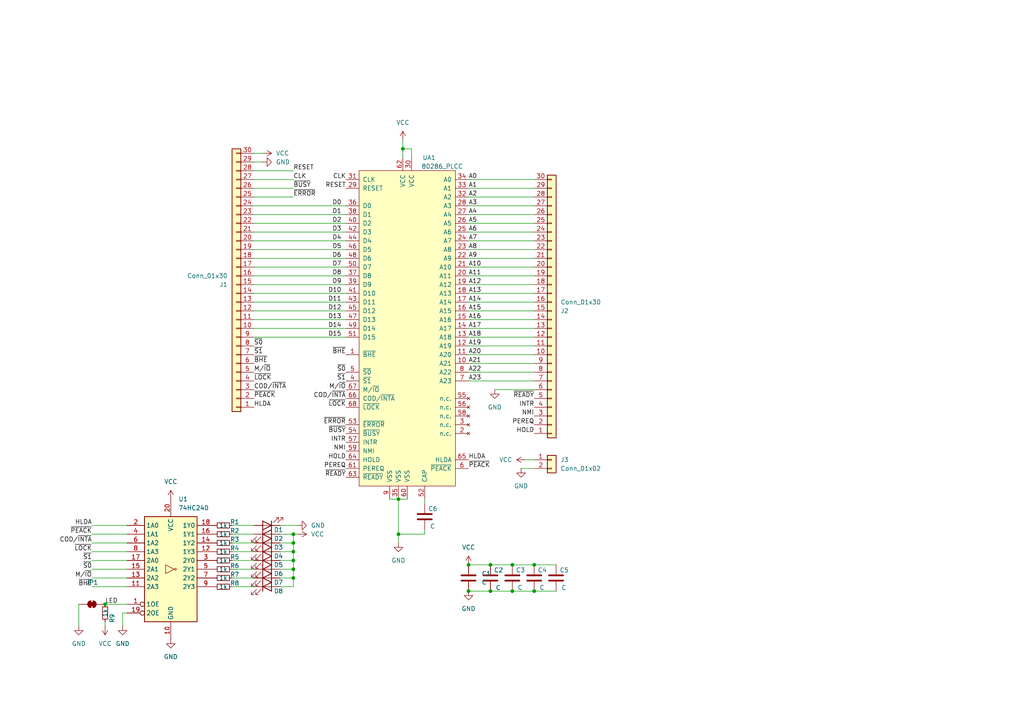
<source format=kicad_sch>
(kicad_sch (version 20231120) (generator "eeschema") (generator_version "8.0")
  (paper "A4")
  (lib_symbols
    (symbol "74xx:74HC240"
      (property "Reference" "U" (at -7.62 16.51 0))
      (property "Value" "74HC240" (at -7.62 -16.51 0))
      (symbol "74HC240_1_0"
        (polyline (pts (xy 1.016 0) (xy -1.524 1.27) (xy -1.524 -1.27) (xy 1.016 0)) (stroke (width 0.1524)))
        (circle (center 1.397 0) (radius 0.254) (stroke (width 0.1524)))
        (pin input inverted (at -12.7 -10.16 0) (length 5.08) (name "1OE") (number "1"))
        (pin power_in line (at 0 -20.32 90) (length 5.08) (name "GND") (number "10"))
        (pin input line (at -12.7 -5.08 0) (length 5.08) (name "2A3") (number "11"))
        (pin tri_state line (at 12.7 5.08 180) (length 5.08) (name "1Y3") (number "12"))
        (pin input line (at -12.7 -2.54 0) (length 5.08) (name "2A2") (number "13"))
        (pin tri_state line (at 12.7 7.62 180) (length 5.08) (name "1Y2") (number "14"))
        (pin input line (at -12.7 0 0) (length 5.08) (name "2A1") (number "15"))
        (pin tri_state line (at 12.7 10.16 180) (length 5.08) (name "1Y1") (number "16"))
        (pin input line (at -12.7 2.54 0) (length 5.08) (name "2A0") (number "17"))
        (pin tri_state line (at 12.7 12.7 180) (length 5.08) (name "1Y0") (number "18"))
        (pin input inverted (at -12.7 -12.7 0) (length 5.08) (name "2OE") (number "19"))
        (pin input line (at -12.7 12.7 0) (length 5.08) (name "1A0") (number "2"))
        (pin power_in line (at 0 20.32 270) (length 5.08) (name "VCC") (number "20"))
        (pin tri_state line (at 12.7 2.54 180) (length 5.08) (name "2Y0") (number "3"))
        (pin input line (at -12.7 10.16 0) (length 5.08) (name "1A1") (number "4"))
        (pin tri_state line (at 12.7 0 180) (length 5.08) (name "2Y1") (number "5"))
        (pin input line (at -12.7 7.62 0) (length 5.08) (name "1A2") (number "6"))
        (pin tri_state line (at 12.7 -2.54 180) (length 5.08) (name "2Y2") (number "7"))
        (pin input line (at -12.7 5.08 0) (length 5.08) (name "1A3") (number "8"))
        (pin tri_state line (at 12.7 -5.08 180) (length 5.08) (name "2Y3") (number "9"))
      )
      (symbol "74HC240_1_1"
        (rectangle (start -7.62 15.24) (end 7.62 -15.24) (stroke (width 0.254)) (fill (type background)))
      )
    )
    (symbol "80286_plcc:80286_PLCC" (pin_names (offset 1.016))
      (property "Reference" "UA1" (at 20.32 3.81 0))
      (property "Value" "80286_PLCC" (at 24.13 1.27 0))
      (symbol "80286_PLCC_0_1"
        (rectangle (start 0 0) (end 27.94 -91.44) (fill (type background)))
      )
      (symbol "80286_PLCC_1_1"
        (pin tri_state line (at -3.81 -53.34 0) (length 3.81) (name "~{BHE}") (number "1"))
        (pin tri_state line (at 31.75 -55.88 180) (length 3.81) (name "A21") (number "10"))
        (pin tri_state line (at 31.75 -53.34 180) (length 3.81) (name "A20") (number "11"))
        (pin tri_state line (at 31.75 -50.8 180) (length 3.81) (name "A19") (number "12"))
        (pin tri_state line (at 31.75 -48.26 180) (length 3.81) (name "A18") (number "13"))
        (pin tri_state line (at 31.75 -45.72 180) (length 3.81) (name "A17") (number "14"))
        (pin tri_state line (at 31.75 -43.18 180) (length 3.81) (name "A16") (number "15"))
        (pin tri_state line (at 31.75 -40.64 180) (length 3.81) (name "A15") (number "16"))
        (pin tri_state line (at 31.75 -38.1 180) (length 3.81) (name "A14") (number "17"))
        (pin tri_state line (at 31.75 -35.56 180) (length 3.81) (name "A13") (number "18"))
        (pin tri_state line (at 31.75 -33.02 180) (length 3.81) (name "A12") (number "19"))
        (pin no_connect line (at 31.75 -76.2 180) (length 3.81) (name "n.c.") (number "2"))
        (pin tri_state line (at 31.75 -30.48 180) (length 3.81) (name "A11") (number "20"))
        (pin tri_state line (at 31.75 -27.94 180) (length 3.81) (name "A10") (number "21"))
        (pin tri_state line (at 31.75 -25.4 180) (length 3.81) (name "A9") (number "22"))
        (pin tri_state line (at 31.75 -22.86 180) (length 3.81) (name "A8") (number "23"))
        (pin tri_state line (at 31.75 -20.32 180) (length 3.81) (name "A7") (number "24"))
        (pin tri_state line (at 31.75 -17.78 180) (length 3.81) (name "A6") (number "25"))
        (pin tri_state line (at 31.75 -15.24 180) (length 3.81) (name "A5") (number "26"))
        (pin tri_state line (at 31.75 -12.7 180) (length 3.81) (name "A4") (number "27"))
        (pin tri_state line (at 31.75 -10.16 180) (length 3.81) (name "A3") (number "28"))
        (pin input line (at -3.81 -5.08 0) (length 3.81) (name "RESET") (number "29"))
        (pin no_connect line (at 31.75 -73.66 180) (length 3.81) (name "n.c.") (number "3"))
        (pin power_in line (at 15.24 3.81 270) (length 3.81) (name "VCC") (number "30"))
        (pin input line (at -3.81 -2.54 0) (length 3.81) (name "CLK") (number "31"))
        (pin tri_state line (at 31.75 -7.62 180) (length 3.81) (name "A2") (number "32"))
        (pin tri_state line (at 31.75 -5.08 180) (length 3.81) (name "A1") (number "33"))
        (pin tri_state line (at 31.75 -2.54 180) (length 3.81) (name "A0") (number "34"))
        (pin power_in line (at 11.43 -95.25 90) (length 3.81) (name "VSS") (number "35"))
        (pin bidirectional line (at -3.81 -10.16 0) (length 3.81) (name "D0") (number "36"))
        (pin bidirectional line (at -3.81 -30.48 0) (length 3.81) (name "D8") (number "37"))
        (pin bidirectional line (at -3.81 -12.7 0) (length 3.81) (name "D1") (number "38"))
        (pin bidirectional line (at -3.81 -33.02 0) (length 3.81) (name "D9") (number "39"))
        (pin tri_state line (at -3.81 -60.96 0) (length 3.81) (name "~{S1}") (number "4"))
        (pin bidirectional line (at -3.81 -15.24 0) (length 3.81) (name "D2") (number "40"))
        (pin bidirectional line (at -3.81 -35.56 0) (length 3.81) (name "D10") (number "41"))
        (pin bidirectional line (at -3.81 -17.78 0) (length 3.81) (name "D3") (number "42"))
        (pin bidirectional line (at -3.81 -38.1 0) (length 3.81) (name "D11") (number "43"))
        (pin bidirectional line (at -3.81 -20.32 0) (length 3.81) (name "D4") (number "44"))
        (pin bidirectional line (at -3.81 -40.64 0) (length 3.81) (name "D12") (number "45"))
        (pin bidirectional line (at -3.81 -22.86 0) (length 3.81) (name "D5") (number "46"))
        (pin bidirectional line (at -3.81 -43.18 0) (length 3.81) (name "D13") (number "47"))
        (pin bidirectional line (at -3.81 -25.4 0) (length 3.81) (name "D6") (number "48"))
        (pin bidirectional line (at -3.81 -45.72 0) (length 3.81) (name "D14") (number "49"))
        (pin tri_state line (at -3.81 -58.42 0) (length 3.81) (name "~{S0}") (number "5"))
        (pin bidirectional line (at -3.81 -27.94 0) (length 3.81) (name "D7") (number "50"))
        (pin bidirectional line (at -3.81 -48.26 0) (length 3.81) (name "D15") (number "51"))
        (pin passive line (at 19.05 -95.25 90) (length 3.81) (name "CAP") (number "52"))
        (pin input line (at -3.81 -73.66 0) (length 3.81) (name "~{ERROR}") (number "53"))
        (pin input line (at -3.81 -76.2 0) (length 3.81) (name "~{BUSY}") (number "54"))
        (pin no_connect line (at 31.75 -66.04 180) (length 3.81) (name "n.c.") (number "55"))
        (pin no_connect line (at 31.75 -68.58 180) (length 3.81) (name "n.c.") (number "56"))
        (pin input line (at -3.81 -78.74 0) (length 3.81) (name "INTR") (number "57"))
        (pin no_connect line (at 31.75 -71.12 180) (length 3.81) (name "n.c.") (number "58"))
        (pin input line (at -3.81 -81.28 0) (length 3.81) (name "NMI") (number "59"))
        (pin tri_state line (at 31.75 -86.36 180) (length 3.81) (name "~{PEACK}") (number "6"))
        (pin power_in line (at 13.97 -95.25 90) (length 3.81) (name "VSS") (number "60"))
        (pin input line (at -3.81 -86.36 0) (length 3.81) (name "PEREQ") (number "61"))
        (pin power_in line (at 12.7 3.81 270) (length 3.81) (name "VCC") (number "62"))
        (pin input line (at -3.81 -88.9 0) (length 3.81) (name "~{READY}") (number "63"))
        (pin input line (at -3.81 -83.82 0) (length 3.81) (name "HOLD") (number "64"))
        (pin output line (at 31.75 -83.82 180) (length 3.81) (name "HLDA") (number "65"))
        (pin tri_state line (at -3.81 -66.04 0) (length 3.81) (name "COD/~{INTA}") (number "66"))
        (pin tri_state line (at -3.81 -63.5 0) (length 3.81) (name "M/~{IO}") (number "67"))
        (pin tri_state line (at -3.81 -68.58 0) (length 3.81) (name "~{LOCK}") (number "68"))
        (pin tri_state line (at 31.75 -60.96 180) (length 3.81) (name "A23") (number "7"))
        (pin tri_state line (at 31.75 -58.42 180) (length 3.81) (name "A22") (number "8"))
        (pin power_in line (at 8.89 -95.25 90) (length 3.81) (name "VSS") (number "9"))
      )
    )
    (symbol "Connector_Generic:Conn_01x02" (pin_names (offset 1.016) hide)
      (property "Reference" "J" (at 0 2.54 0))
      (property "Value" "Conn_01x02" (at 0 -5.08 0))
      (symbol "Conn_01x02_1_1"
        (rectangle (start -1.27 -2.413) (end 0 -2.667) (stroke (width 0.1524)))
        (rectangle (start -1.27 0.127) (end 0 -0.127) (stroke (width 0.1524)))
        (rectangle (start -1.27 1.27) (end 1.27 -3.81) (stroke (width 0.254)) (fill (type background)))
        (pin passive line (at -5.08 0 0) (length 3.81) (name "Pin_1") (number "1"))
        (pin passive line (at -5.08 -2.54 0) (length 3.81) (name "Pin_2") (number "2"))
      )
    )
    (symbol "Connector_Generic:Conn_01x30" (pin_names (offset 1.016) hide)
      (property "Reference" "J" (at 0 38.1 0))
      (property "Value" "Conn_01x30" (at 0 -40.64 0))
      (symbol "Conn_01x30_1_1"
        (rectangle (start -1.27 -37.973) (end 0 -38.227) (stroke (width 0.1524)))
        (rectangle (start -1.27 -35.433) (end 0 -35.687) (stroke (width 0.1524)))
        (rectangle (start -1.27 -32.893) (end 0 -33.147) (stroke (width 0.1524)))
        (rectangle (start -1.27 -30.353) (end 0 -30.607) (stroke (width 0.1524)))
        (rectangle (start -1.27 -27.813) (end 0 -28.067) (stroke (width 0.1524)))
        (rectangle (start -1.27 -25.273) (end 0 -25.527) (stroke (width 0.1524)))
        (rectangle (start -1.27 -22.733) (end 0 -22.987) (stroke (width 0.1524)))
        (rectangle (start -1.27 -20.193) (end 0 -20.447) (stroke (width 0.1524)))
        (rectangle (start -1.27 -17.653) (end 0 -17.907) (stroke (width 0.1524)))
        (rectangle (start -1.27 -15.113) (end 0 -15.367) (stroke (width 0.1524)))
        (rectangle (start -1.27 -12.573) (end 0 -12.827) (stroke (width 0.1524)))
        (rectangle (start -1.27 -10.033) (end 0 -10.287) (stroke (width 0.1524)))
        (rectangle (start -1.27 -7.493) (end 0 -7.747) (stroke (width 0.1524)))
        (rectangle (start -1.27 -4.953) (end 0 -5.207) (stroke (width 0.1524)))
        (rectangle (start -1.27 -2.413) (end 0 -2.667) (stroke (width 0.1524)))
        (rectangle (start -1.27 0.127) (end 0 -0.127) (stroke (width 0.1524)))
        (rectangle (start -1.27 2.667) (end 0 2.413) (stroke (width 0.1524)))
        (rectangle (start -1.27 5.207) (end 0 4.953) (stroke (width 0.1524)))
        (rectangle (start -1.27 7.747) (end 0 7.493) (stroke (width 0.1524)))
        (rectangle (start -1.27 10.287) (end 0 10.033) (stroke (width 0.1524)))
        (rectangle (start -1.27 12.827) (end 0 12.573) (stroke (width 0.1524)))
        (rectangle (start -1.27 15.367) (end 0 15.113) (stroke (width 0.1524)))
        (rectangle (start -1.27 17.907) (end 0 17.653) (stroke (width 0.1524)))
        (rectangle (start -1.27 20.447) (end 0 20.193) (stroke (width 0.1524)))
        (rectangle (start -1.27 22.987) (end 0 22.733) (stroke (width 0.1524)))
        (rectangle (start -1.27 25.527) (end 0 25.273) (stroke (width 0.1524)))
        (rectangle (start -1.27 28.067) (end 0 27.813) (stroke (width 0.1524)))
        (rectangle (start -1.27 30.607) (end 0 30.353) (stroke (width 0.1524)))
        (rectangle (start -1.27 33.147) (end 0 32.893) (stroke (width 0.1524)))
        (rectangle (start -1.27 35.687) (end 0 35.433) (stroke (width 0.1524)))
        (rectangle (start -1.27 36.83) (end 1.27 -39.37) (stroke (width 0.254)) (fill (type background)))
        (pin passive line (at -5.08 35.56 0) (length 3.81) (name "Pin_1") (number "1"))
        (pin passive line (at -5.08 12.7 0) (length 3.81) (name "Pin_10") (number "10"))
        (pin passive line (at -5.08 10.16 0) (length 3.81) (name "Pin_11") (number "11"))
        (pin passive line (at -5.08 7.62 0) (length 3.81) (name "Pin_12") (number "12"))
        (pin passive line (at -5.08 5.08 0) (length 3.81) (name "Pin_13") (number "13"))
        (pin passive line (at -5.08 2.54 0) (length 3.81) (name "Pin_14") (number "14"))
        (pin passive line (at -5.08 0 0) (length 3.81) (name "Pin_15") (number "15"))
        (pin passive line (at -5.08 -2.54 0) (length 3.81) (name "Pin_16") (number "16"))
        (pin passive line (at -5.08 -5.08 0) (length 3.81) (name "Pin_17") (number "17"))
        (pin passive line (at -5.08 -7.62 0) (length 3.81) (name "Pin_18") (number "18"))
        (pin passive line (at -5.08 -10.16 0) (length 3.81) (name "Pin_19") (number "19"))
        (pin passive line (at -5.08 33.02 0) (length 3.81) (name "Pin_2") (number "2"))
        (pin passive line (at -5.08 -12.7 0) (length 3.81) (name "Pin_20") (number "20"))
        (pin passive line (at -5.08 -15.24 0) (length 3.81) (name "Pin_21") (number "21"))
        (pin passive line (at -5.08 -17.78 0) (length 3.81) (name "Pin_22") (number "22"))
        (pin passive line (at -5.08 -20.32 0) (length 3.81) (name "Pin_23") (number "23"))
        (pin passive line (at -5.08 -22.86 0) (length 3.81) (name "Pin_24") (number "24"))
        (pin passive line (at -5.08 -25.4 0) (length 3.81) (name "Pin_25") (number "25"))
        (pin passive line (at -5.08 -27.94 0) (length 3.81) (name "Pin_26") (number "26"))
        (pin passive line (at -5.08 -30.48 0) (length 3.81) (name "Pin_27") (number "27"))
        (pin passive line (at -5.08 -33.02 0) (length 3.81) (name "Pin_28") (number "28"))
        (pin passive line (at -5.08 -35.56 0) (length 3.81) (name "Pin_29") (number "29"))
        (pin passive line (at -5.08 30.48 0) (length 3.81) (name "Pin_3") (number "3"))
        (pin passive line (at -5.08 -38.1 0) (length 3.81) (name "Pin_30") (number "30"))
        (pin passive line (at -5.08 27.94 0) (length 3.81) (name "Pin_4") (number "4"))
        (pin passive line (at -5.08 25.4 0) (length 3.81) (name "Pin_5") (number "5"))
        (pin passive line (at -5.08 22.86 0) (length 3.81) (name "Pin_6") (number "6"))
        (pin passive line (at -5.08 20.32 0) (length 3.81) (name "Pin_7") (number "7"))
        (pin passive line (at -5.08 17.78 0) (length 3.81) (name "Pin_8") (number "8"))
        (pin passive line (at -5.08 15.24 0) (length 3.81) (name "Pin_9") (number "9"))
      )
    )
    (symbol "Device:C" (pin_numbers hide) (pin_names (offset 0.254))
      (property "Reference" "C" (at 0.635 2.54 0))
      (property "Value" "C" (at 0.635 -2.54 0))
      (symbol "C_0_1"
        (polyline (pts (xy -2.032 -0.762) (xy 2.032 -0.762)) (stroke (width 0.508)))
        (polyline (pts (xy -2.032 0.762) (xy 2.032 0.762)) (stroke (width 0.508)))
      )
      (symbol "C_1_1"
        (pin passive line (at 0 3.81 270) (length 2.794) (name "~") (number "1"))
        (pin passive line (at 0 -3.81 90) (length 2.794) (name "~") (number "2"))
      )
    )
    (symbol "Device:LED" (pin_numbers hide) (pin_names (offset 1.016) hide)
      (property "Reference" "D" (at 0 2.54 0))
      (property "Value" "LED" (at 0 -2.54 0))
      (symbol "LED_0_1"
        (polyline (pts (xy -1.27 -1.27) (xy -1.27 1.27)) (stroke (width 0.254)))
        (polyline (pts (xy -1.27 0) (xy 1.27 0)))
        (polyline (pts (xy 1.27 -1.27) (xy 1.27 1.27) (xy -1.27 0) (xy 1.27 -1.27)) (stroke (width 0.254)))
        (polyline (pts (xy -3.048 -0.762) (xy -4.572 -2.286) (xy -3.81 -2.286) (xy -4.572 -2.286) (xy -4.572 -1.524)))
        (polyline (pts (xy -1.778 -0.762) (xy -3.302 -2.286) (xy -2.54 -2.286) (xy -3.302 -2.286) (xy -3.302 -1.524)))
      )
      (symbol "LED_1_1"
        (pin passive line (at -3.81 0 0) (length 2.54) (name "K") (number "1"))
        (pin passive line (at 3.81 0 180) (length 2.54) (name "A") (number "2"))
      )
    )
    (symbol "Device:R_Small" (pin_numbers hide) (pin_names (offset 0.254) hide)
      (property "Reference" "R" (at 0.762 0.508 0))
      (property "Value" "R_Small" (at 0.762 -1.016 0))
      (symbol "R_Small_0_1"
        (rectangle (start -0.762 1.778) (end 0.762 -1.778) (stroke (width 0.2032)))
      )
      (symbol "R_Small_1_1"
        (pin passive line (at 0 2.54 270) (length 0.762) (name "~") (number "1"))
        (pin passive line (at 0 -2.54 90) (length 0.762) (name "~") (number "2"))
      )
    )
    (symbol "Jumper:SolderJumper_2_Bridged" (pin_numbers hide) (pin_names (offset 0) hide) (exclude_from_sim yes) (in_bom no)
      (property "Reference" "JP" (at 0 2.032 0))
      (property "Value" "SolderJumper_2_Bridged" (at 0 -2.54 0))
      (symbol "SolderJumper_2_Bridged_0_1"
        (rectangle (start -0.508 0.508) (end 0.508 -0.508) (fill (type outline)))
        (arc (start -0.254 1.016) (mid -1.2656 0) (end -0.254 -1.016))
        (arc (start -0.254 1.016) (mid -1.2656 0) (end -0.254 -1.016) (fill (type outline)))
        (polyline (pts (xy -0.254 1.016) (xy -0.254 -1.016)))
        (polyline (pts (xy 0.254 1.016) (xy 0.254 -1.016)))
        (arc (start 0.254 -1.016) (mid 1.2656 0) (end 0.254 1.016))
        (arc (start 0.254 -1.016) (mid 1.2656 0) (end 0.254 1.016) (fill (type outline)))
      )
      (symbol "SolderJumper_2_Bridged_1_1"
        (pin passive line (at -3.81 0 0) (length 2.54) (name "A") (number "1"))
        (pin passive line (at 3.81 0 180) (length 2.54) (name "B") (number "2"))
      )
    )
    (symbol "power:GND" (power) (pin_numbers hide) (pin_names (offset 0) hide)
      (property "Value" "GND" (at 0 -3.81 0))
      (symbol "GND_0_1"
        (polyline (pts (xy 0 0) (xy 0 -1.27) (xy 1.27 -1.27) (xy 0 -2.54) (xy -1.27 -1.27) (xy 0 -1.27)))
      )
      (symbol "GND_1_1"
        (pin power_in line (at 0 0 270) (length 0) (name "~") (number "1"))
      )
    )
    (symbol "power:VCC" (power) (pin_numbers hide) (pin_names (offset 0) hide)
      (property "Value" "VCC" (at 0 3.556 0))
      (symbol "VCC_0_1"
        (polyline (pts (xy -0.762 1.27) (xy 0 2.54)))
        (polyline (pts (xy 0 0) (xy 0 2.54)))
        (polyline (pts (xy 0 2.54) (xy 0.762 1.27)))
      )
      (symbol "VCC_1_1"
        (pin power_in line (at 0 0 90) (length 0) (name "~") (number "1"))
      )
    )
  )
  (junction (at 30.48 175.26))
  (junction (at 135.89 171.45))
  (junction (at 85.09 157.48))
  (junction (at 142.24 163.83))
  (junction (at 154.94 163.83))
  (junction (at 85.09 160.02))
  (junction (at 154.94 171.45))
  (junction (at 85.09 165.1))
  (junction (at 148.59 171.45))
  (junction (at 142.24 171.45))
  (junction (at 85.09 162.56))
  (junction (at 85.09 167.64))
  (junction (at 85.09 154.94))
  (junction (at 115.57 154.94))
  (junction (at 148.59 163.83))
  (junction (at 135.89 163.83))
  (junction (at 116.84 43.18))
  (junction (at 115.57 144.78))
  (wire (pts (xy 154.94 102.87) (xy 135.89 102.87)))
  (wire (pts (xy 73.66 54.61) (xy 85.09 54.61)))
  (wire (pts (xy 73.66 64.77) (xy 100.33 64.77)))
  (wire (pts (xy 135.89 163.83) (xy 142.24 163.83)))
  (wire (pts (xy 73.66 157.48) (xy 67.31 157.48)))
  (wire (pts (xy 152.4 133.35) (xy 154.94 133.35)))
  (wire (pts (xy 154.94 77.47) (xy 135.89 77.47)))
  (wire (pts (xy 73.66 154.94) (xy 67.31 154.94)))
  (wire (pts (xy 154.94 90.17) (xy 135.89 90.17)))
  (wire (pts (xy 154.94 72.39) (xy 135.89 72.39)))
  (wire (pts (xy 36.83 177.8) (xy 35.56 177.8)))
  (wire (pts (xy 85.09 162.56) (xy 85.09 165.1)))
  (wire (pts (xy 85.09 157.48) (xy 81.28 157.48)))
  (wire (pts (xy 35.56 177.8) (xy 35.56 181.61)))
  (wire (pts (xy 73.66 85.09) (xy 100.33 85.09)))
  (wire (pts (xy 154.94 64.77) (xy 135.89 64.77)))
  (wire (pts (xy 154.94 62.23) (xy 135.89 62.23)))
  (wire (pts (xy 85.09 170.18) (xy 81.28 170.18)))
  (wire (pts (xy 154.94 52.07) (xy 135.89 52.07)))
  (wire (pts (xy 73.66 90.17) (xy 100.33 90.17)))
  (wire (pts (xy 73.66 82.55) (xy 100.33 82.55)))
  (wire (pts (xy 154.94 67.31) (xy 135.89 67.31)))
  (wire (pts (xy 26.67 152.4) (xy 36.83 152.4)))
  (wire (pts (xy 148.59 171.45) (xy 154.94 171.45)))
  (wire (pts (xy 148.59 163.83) (xy 154.94 163.83)))
  (wire (pts (xy 154.94 82.55) (xy 135.89 82.55)))
  (wire (pts (xy 85.09 157.48) (xy 85.09 160.02)))
  (wire (pts (xy 73.66 162.56) (xy 67.31 162.56)))
  (wire (pts (xy 113.03 144.78) (xy 115.57 144.78)))
  (wire (pts (xy 154.94 95.25) (xy 135.89 95.25)))
  (wire (pts (xy 73.66 167.64) (xy 67.31 167.64)))
  (wire (pts (xy 123.19 153.67) (xy 123.19 154.94)))
  (wire (pts (xy 85.09 160.02) (xy 81.28 160.02)))
  (wire (pts (xy 73.66 74.93) (xy 100.33 74.93)))
  (wire (pts (xy 26.67 170.18) (xy 36.83 170.18)))
  (wire (pts (xy 154.94 85.09) (xy 135.89 85.09)))
  (wire (pts (xy 73.66 69.85) (xy 100.33 69.85)))
  (wire (pts (xy 115.57 144.78) (xy 115.57 154.94)))
  (wire (pts (xy 73.66 77.47) (xy 100.33 77.47)))
  (wire (pts (xy 85.09 154.94) (xy 81.28 154.94)))
  (wire (pts (xy 85.09 167.64) (xy 85.09 170.18)))
  (wire (pts (xy 85.09 160.02) (xy 85.09 162.56)))
  (wire (pts (xy 30.48 175.26) (xy 36.83 175.26)))
  (wire (pts (xy 154.94 97.79) (xy 135.89 97.79)))
  (wire (pts (xy 73.66 80.01) (xy 100.33 80.01)))
  (wire (pts (xy 115.57 157.48) (xy 115.57 154.94)))
  (wire (pts (xy 142.24 163.83) (xy 148.59 163.83)))
  (wire (pts (xy 115.57 144.78) (xy 118.11 144.78)))
  (wire (pts (xy 73.66 152.4) (xy 67.31 152.4)))
  (wire (pts (xy 26.67 157.48) (xy 36.83 157.48)))
  (wire (pts (xy 154.94 163.83) (xy 161.29 163.83)))
  (wire (pts (xy 115.57 154.94) (xy 123.19 154.94)))
  (wire (pts (xy 85.09 167.64) (xy 81.28 167.64)))
  (wire (pts (xy 26.67 167.64) (xy 36.83 167.64)))
  (wire (pts (xy 151.13 135.89) (xy 154.94 135.89)))
  (wire (pts (xy 154.94 87.63) (xy 135.89 87.63)))
  (wire (pts (xy 73.66 59.69) (xy 100.33 59.69)))
  (wire (pts (xy 119.38 43.18) (xy 119.38 45.72)))
  (wire (pts (xy 73.66 57.15) (xy 85.09 57.15)))
  (wire (pts (xy 154.94 57.15) (xy 135.89 57.15)))
  (wire (pts (xy 123.19 144.78) (xy 123.19 146.05)))
  (wire (pts (xy 154.94 92.71) (xy 135.89 92.71)))
  (wire (pts (xy 154.94 59.69) (xy 135.89 59.69)))
  (wire (pts (xy 116.84 43.18) (xy 116.84 45.72)))
  (wire (pts (xy 154.94 107.95) (xy 135.89 107.95)))
  (wire (pts (xy 73.66 72.39) (xy 100.33 72.39)))
  (wire (pts (xy 116.84 43.18) (xy 119.38 43.18)))
  (wire (pts (xy 85.09 165.1) (xy 81.28 165.1)))
  (wire (pts (xy 154.94 110.49) (xy 135.89 110.49)))
  (wire (pts (xy 73.66 46.99) (xy 76.2 46.99)))
  (wire (pts (xy 135.89 171.45) (xy 142.24 171.45)))
  (wire (pts (xy 73.66 49.53) (xy 85.09 49.53)))
  (wire (pts (xy 26.67 162.56) (xy 36.83 162.56)))
  (wire (pts (xy 26.67 154.94) (xy 36.83 154.94)))
  (wire (pts (xy 154.94 74.93) (xy 135.89 74.93)))
  (wire (pts (xy 85.09 165.1) (xy 85.09 167.64)))
  (wire (pts (xy 73.66 97.79) (xy 100.33 97.79)))
  (wire (pts (xy 116.84 40.64) (xy 116.84 43.18)))
  (wire (pts (xy 73.66 165.1) (xy 67.31 165.1)))
  (wire (pts (xy 81.28 152.4) (xy 86.36 152.4)))
  (wire (pts (xy 73.66 170.18) (xy 67.31 170.18)))
  (wire (pts (xy 26.67 165.1) (xy 36.83 165.1)))
  (wire (pts (xy 154.94 171.45) (xy 161.29 171.45)))
  (wire (pts (xy 73.66 92.71) (xy 100.33 92.71)))
  (wire (pts (xy 73.66 52.07) (xy 85.09 52.07)))
  (wire (pts (xy 85.09 154.94) (xy 85.09 157.48)))
  (wire (pts (xy 154.94 105.41) (xy 135.89 105.41)))
  (wire (pts (xy 73.66 160.02) (xy 67.31 160.02)))
  (wire (pts (xy 22.86 175.26) (xy 22.86 181.61)))
  (wire (pts (xy 73.66 95.25) (xy 100.33 95.25)))
  (wire (pts (xy 73.66 44.45) (xy 76.2 44.45)))
  (wire (pts (xy 142.24 171.45) (xy 148.59 171.45)))
  (wire (pts (xy 154.94 54.61) (xy 135.89 54.61)))
  (wire (pts (xy 143.51 113.03) (xy 154.94 113.03)))
  (wire (pts (xy 73.66 87.63) (xy 100.33 87.63)))
  (wire (pts (xy 154.94 80.01) (xy 135.89 80.01)))
  (wire (pts (xy 73.66 62.23) (xy 100.33 62.23)))
  (wire (pts (xy 26.67 160.02) (xy 36.83 160.02)))
  (wire (pts (xy 73.66 67.31) (xy 100.33 67.31)))
  (wire (pts (xy 30.48 181.61) (xy 30.48 180.34)))
  (wire (pts (xy 85.09 154.94) (xy 86.36 154.94)))
  (wire (pts (xy 85.09 162.56) (xy 81.28 162.56)))
  (wire (pts (xy 154.94 69.85) (xy 135.89 69.85)))
  (wire (pts (xy 154.94 100.33) (xy 135.89 100.33)))
  (label "D15" (at 99.06 97.79 180))
  (label "~{PEACK}" (at 73.66 115.57 0))
  (label "A21" (at 135.89 105.41 0))
  (label "D10" (at 99.06 85.09 180))
  (label "INTR" (at 154.94 118.11 180))
  (label "~{PEACK}" (at 135.89 135.89 0))
  (label "INTR" (at 100.33 128.27 180))
  (label "~{S0}" (at 73.66 100.33 0))
  (label "D9" (at 99.06 82.55 180))
  (label "A17" (at 135.89 95.25 0))
  (label "D7" (at 99.06 77.47 180))
  (label "HOLD" (at 154.94 125.73 180))
  (label "A5" (at 135.89 64.77 0))
  (label "M{slash}~{IO}" (at 73.66 107.95 0))
  (label "A12" (at 135.89 82.55 0))
  (label "~{BHE}" (at 26.67 170.18 180))
  (label "RESET" (at 100.33 54.61 180))
  (label "A3" (at 135.89 59.69 0))
  (label "A8" (at 135.89 72.39 0))
  (label "COD{slash}~{INTA}" (at 26.67 157.48 180))
  (label "A22" (at 135.89 107.95 0))
  (label "D0" (at 99.06 59.69 180))
  (label "~{LOCK}" (at 73.66 110.49 0))
  (label "RESET" (at 85.09 49.53 0))
  (label "CLK" (at 100.33 52.07 180))
  (label "HLDA" (at 135.89 133.35 0))
  (label "D13" (at 99.06 92.71 180))
  (label "A6" (at 135.89 67.31 0))
  (label "~{S1}" (at 73.66 102.87 0))
  (label "~{READY}" (at 154.94 115.57 180))
  (label "~{LOCK}" (at 100.33 118.11 180))
  (label "PEREQ" (at 100.33 135.89 180))
  (label "D4" (at 99.06 69.85 180))
  (label "~{BHE}" (at 73.66 105.41 0))
  (label "D1" (at 99.06 62.23 180))
  (label "A9" (at 135.89 74.93 0))
  (label "A7" (at 135.89 69.85 0))
  (label "HLDA" (at 26.67 152.4 180))
  (label "~{READY}" (at 100.33 138.43 180))
  (label "M{slash}~{IO}" (at 26.67 167.64 180))
  (label "A11" (at 135.89 80.01 0))
  (label "HOLD" (at 100.33 133.35 180))
  (label "CLK" (at 85.09 52.07 0))
  (label "LED" (at 30.48 175.26 0))
  (label "COD{slash}~{INTA}" (at 73.66 113.03 0))
  (label "A0" (at 135.89 52.07 0))
  (label "~{ERROR}" (at 100.33 123.19 180))
  (label "D8" (at 99.06 80.01 180))
  (label "M{slash}~{IO}" (at 100.33 113.03 180))
  (label "A1" (at 135.89 54.61 0))
  (label "~{S0}" (at 26.67 165.1 180))
  (label "~{PEACK}" (at 26.67 154.94 180))
  (label "A14" (at 135.89 87.63 0))
  (label "~{ERROR}" (at 85.09 57.15 0))
  (label "~{BUSY}" (at 100.33 125.73 180))
  (label "A19" (at 135.89 100.33 0))
  (label "A10" (at 135.89 77.47 0))
  (label "~{S0}" (at 100.33 107.95 180))
  (label "NMI" (at 100.33 130.81 180))
  (label "D11" (at 99.06 87.63 180))
  (label "D2" (at 99.06 64.77 180))
  (label "D14" (at 99.06 95.25 180))
  (label "~{BUSY}" (at 85.09 54.61 0))
  (label "D5" (at 99.06 72.39 180))
  (label "D3" (at 99.06 67.31 180))
  (label "A2" (at 135.89 57.15 0))
  (label "A23" (at 135.89 110.49 0))
  (label "~{S1}" (at 100.33 110.49 180))
  (label "~{S1}" (at 26.67 162.56 180))
  (label "HLDA" (at 73.66 118.11 0))
  (label "D6" (at 99.06 74.93 180))
  (label "NMI" (at 154.94 120.65 180))
  (label "A13" (at 135.89 85.09 0))
  (label "~{LOCK}" (at 26.67 160.02 180))
  (label "A18" (at 135.89 97.79 0))
  (label "A20" (at 135.89 102.87 0))
  (label "COD{slash}~{INTA}" (at 100.33 115.57 180))
  (label "~{BHE}" (at 100.33 102.87 180))
  (label "A16" (at 135.89 92.71 0))
  (label "A4" (at 135.89 62.23 0))
  (label "D12" (at 99.06 90.17 180))
  (label "A15" (at 135.89 90.17 0))
  (label "PEREQ" (at 154.94 123.19 180))
  (symbol (lib_id "Device:R_Small") (at 64.77 167.64 270) (unit 1)
    (property "Reference" "R7" (at 68.072 166.624 90))
    (property "Value" "1k" (at 64.77 167.64 90))
    (property "Footprint" "Resistor_SMD:R_0402_1005Metric" (effects (hide yes)))
    (property "Description" "Resistor, small symbol" (effects (hide yes)))
  )
  (symbol (lib_id "power:VCC") (at 152.4 133.35 90) (mirror x) (unit 1)
    (property "Reference" "#PWR16" (effects (hide yes)))
    (property "Value" "VCC" (at 148.59 133.3499 90) (effects (justify left)))
    (property "Description" "Power symbol creates a global label with name \"VCC\"" (effects (hide yes)))
  )
  (symbol (lib_id "Device:LED") (at 77.47 160.02 0) (unit 1)
    (property "Reference" "D4" (at 80.772 161.29 0))
    (property "Value" "HLDA" (effects (hide yes)))
    (property "Footprint" "LED_SMD:LED_0603_1608Metric" (effects (hide yes)))
    (property "Description" "Light emitting diode" (effects (hide yes)))
  )
  (symbol (lib_id "Connector_Generic:Conn_01x30") (at 68.58 82.55 180) (unit 1)
    (property "Reference" "J1" (at 66.04 82.5501 0) (effects (justify left)))
    (property "Value" "Conn_01x30" (at 66.04 80.0101 0) (effects (justify left)))
    (property "Footprint" "Connector_PinHeader_2.54mm:PinHeader_1x30_P2.54mm_Vertical_SMD_Pin1Left" (effects (hide yes)))
    (property "Description" "Generic connector, single row, 01x30, script generated (kicad-library-utils/schlib/autogen/connector/)" (effects (hide yes)))
  )
  (symbol (lib_id "Connector_Generic:Conn_01x30") (at 160.02 90.17 0) (mirror x) (unit 1)
    (property "Reference" "J2" (at 162.56 90.1701 0) (effects (justify left)))
    (property "Value" "Conn_01x30" (at 162.56 87.6301 0) (effects (justify left)))
    (property "Footprint" "Connector_PinHeader_2.54mm:PinHeader_1x30_P2.54mm_Vertical_SMD_Pin1Left" (effects (hide yes)))
    (property "Description" "Generic connector, single row, 01x30, script generated (kicad-library-utils/schlib/autogen/connector/)" (effects (hide yes)))
  )
  (symbol (lib_id "Device:R_Small") (at 30.48 177.8 180) (unit 1)
    (property "Reference" "R9" (at 32.512 179.324 90))
    (property "Value" "1k" (at 30.48 177.8 90))
    (property "Footprint" "Resistor_SMD:R_0402_1005Metric_Pad0.72x0.64mm_HandSolder" (effects (hide yes)))
    (property "Description" "Resistor, small symbol" (effects (hide yes)))
  )
  (symbol (lib_id "power:GND") (at 143.51 113.03 0) (unit 1)
    (property "Reference" "#PWR12" (effects (hide yes)))
    (property "Value" "GND" (at 143.51 118.11 0))
    (property "Description" "Power symbol creates a global label with name \"GND\" , ground" (effects (hide yes)))
  )
  (symbol (lib_id "Device:C") (at 135.89 167.64 0) (unit 1)
    (property "Reference" "C1" (at 139.7 166.3699 0) (effects (justify left)))
    (property "Value" "C" (at 139.7 168.9099 0) (effects (justify left)))
    (property "Footprint" "Capacitor_SMD:C_0805_2012Metric_Pad1.18x1.45mm_HandSolder" (effects (hide yes)))
    (property "Description" "Unpolarized capacitor" (effects (hide yes)))
  )
  (symbol (lib_id "power:VCC") (at 86.36 154.94 270) (unit 1)
    (property "Reference" "#PWR14" (effects (hide yes)))
    (property "Value" "VCC" (at 90.17 154.9399 90) (effects (justify left)))
    (property "Description" "Power symbol creates a global label with name \"VCC\"" (effects (hide yes)))
  )
  (symbol (lib_id "Device:R_Small") (at 64.77 154.94 270) (unit 1)
    (property "Reference" "R2" (at 68.072 153.924 90))
    (property "Value" "1k" (at 64.77 154.94 90))
    (property "Footprint" "Resistor_SMD:R_0402_1005Metric" (effects (hide yes)))
    (property "Description" "Resistor, small symbol" (effects (hide yes)))
  )
  (symbol (lib_id "Device:R_Small") (at 64.77 170.18 270) (unit 1)
    (property "Reference" "R8" (at 68.072 169.164 90))
    (property "Value" "1k" (at 64.77 170.18 90))
    (property "Footprint" "Resistor_SMD:R_0402_1005Metric" (effects (hide yes)))
    (property "Description" "Resistor, small symbol" (effects (hide yes)))
  )
  (symbol (lib_id "power:VCC") (at 76.2 44.45 270) (mirror x) (unit 1)
    (property "Reference" "#PWR3" (effects (hide yes)))
    (property "Value" "VCC" (at 80.01 44.4501 90) (effects (justify left)))
    (property "Description" "Power symbol creates a global label with name \"VCC\"" (effects (hide yes)))
  )
  (symbol (lib_id "power:VCC") (at 49.53 144.78 0) (unit 1)
    (property "Reference" "#PWR6" (effects (hide yes)))
    (property "Value" "VCC" (at 49.53 139.7 0))
    (property "Description" "Power symbol creates a global label with name \"VCC\"" (effects (hide yes)))
  )
  (symbol (lib_id "power:GND") (at 115.57 157.48 0) (unit 1)
    (property "Reference" "#PWR1" (effects (hide yes)))
    (property "Value" "GND" (at 115.57 162.56 0))
    (property "Description" "Power symbol creates a global label with name \"GND\" , ground" (effects (hide yes)))
  )
  (symbol (lib_id "power:GND") (at 22.86 181.61 0) (unit 1)
    (property "Reference" "#PWR9" (effects (hide yes)))
    (property "Value" "GND" (at 22.86 186.69 0))
    (property "Description" "Power symbol creates a global label with name \"GND\" , ground" (effects (hide yes)))
  )
  (symbol (lib_id "Device:R_Small") (at 64.77 152.4 270) (unit 1)
    (property "Reference" "R1" (at 68.072 151.384 90))
    (property "Value" "1k" (at 64.77 152.4 90))
    (property "Footprint" "Resistor_SMD:R_0402_1005Metric" (effects (hide yes)))
    (property "Description" "Resistor, small symbol" (effects (hide yes)))
  )
  (symbol (lib_id "power:GND") (at 86.36 152.4 90) (unit 1)
    (property "Reference" "#PWR13" (effects (hide yes)))
    (property "Value" "GND" (at 90.17 152.3999 90) (effects (justify right)))
    (property "Description" "Power symbol creates a global label with name \"GND\" , ground" (effects (hide yes)))
  )
  (symbol (lib_id "Device:R_Small") (at 64.77 165.1 270) (unit 1)
    (property "Reference" "R6" (at 68.072 164.084 90))
    (property "Value" "1k" (at 64.77 165.1 90))
    (property "Footprint" "Resistor_SMD:R_0402_1005Metric" (effects (hide yes)))
    (property "Description" "Resistor, small symbol" (effects (hide yes)))
  )
  (symbol (lib_id "power:VCC") (at 135.89 163.83 0) (unit 1)
    (property "Reference" "#PWR10" (effects (hide yes)))
    (property "Value" "VCC" (at 135.89 158.75 0))
    (property "Description" "Power symbol creates a global label with name \"VCC\"" (effects (hide yes)))
  )
  (symbol (lib_id "80286_plcc:80286_PLCC") (at 104.14 49.53 0) (unit 1)
    (property "Reference" "UA1" (at 124.46 45.72 0))
    (property "Value" "80286_PLCC" (at 128.27 48.26 0))
    (property "Footprint" "286_plcc_socket:PLCC-68_SMD-Socket" (effects (hide yes)))
  )
  (symbol (lib_id "Device:R_Small") (at 64.77 160.02 270) (unit 1)
    (property "Reference" "R4" (at 68.072 159.004 90))
    (property "Value" "1k" (at 64.77 160.02 90))
    (property "Footprint" "Resistor_SMD:R_0402_1005Metric" (effects (hide yes)))
    (property "Description" "Resistor, small symbol" (effects (hide yes)))
  )
  (symbol (lib_id "Connector_Generic:Conn_01x02") (at 160.02 133.35 0) (unit 1)
    (property "Reference" "J3" (at 162.56 133.3499 0) (effects (justify left)))
    (property "Value" "Conn_01x02" (at 162.56 135.8899 0) (effects (justify left)))
    (property "Footprint" "Connector_PinHeader_2.54mm:PinHeader_1x02_P2.54mm_Vertical" (effects (hide yes)))
    (property "Description" "Generic connector, single row, 01x02, script generated (kicad-library-utils/schlib/autogen/connector/)" (effects (hide yes)))
  )
  (symbol (lib_id "Device:LED") (at 77.47 162.56 0) (unit 1)
    (property "Reference" "D5" (at 80.772 163.83 0))
    (property "Value" "HLDA" (effects (hide yes)))
    (property "Footprint" "LED_SMD:LED_0603_1608Metric" (effects (hide yes)))
    (property "Description" "Light emitting diode" (effects (hide yes)))
  )
  (symbol (lib_id "Device:C") (at 142.24 167.64 0) (unit 1)
    (property "Reference" "C2" (at 143.256 165.354 0) (effects (justify left)))
    (property "Value" "C" (at 143.764 170.434 0) (effects (justify left)))
    (property "Footprint" "Capacitor_SMD:C_0805_2012Metric_Pad1.18x1.45mm_HandSolder" (effects (hide yes)))
    (property "Description" "Unpolarized capacitor" (effects (hide yes)))
  )
  (symbol (lib_id "Jumper:SolderJumper_2_Bridged") (at 26.67 175.26 0) (unit 1) (exclude_from_sim yes) (in_bom no)
    (property "Reference" "JP1" (at 26.67 168.91 0))
    (property "Value" "Bridged" (effects (hide yes)))
    (property "Footprint" "Jumper:SolderJumper-2_P1.3mm_Bridged_RoundedPad1.0x1.5mm" (effects (hide yes)))
    (property "Description" "Solder Jumper, 2-pole, closed/bridged" (effects (hide yes)))
  )
  (symbol (lib_id "Device:LED") (at 77.47 170.18 0) (unit 1)
    (property "Reference" "D8" (at 80.772 171.45 0))
    (property "Value" "HLDA" (effects (hide yes)))
    (property "Footprint" "LED_SMD:LED_0603_1608Metric" (effects (hide yes)))
    (property "Description" "Light emitting diode" (effects (hide yes)))
  )
  (symbol (lib_id "power:VCC") (at 116.84 40.64 0) (unit 1)
    (property "Reference" "#PWR2" (effects (hide yes)))
    (property "Value" "VCC" (at 116.84 35.56 0))
    (property "Description" "Power symbol creates a global label with name \"VCC\"" (effects (hide yes)))
  )
  (symbol (lib_id "power:GND") (at 49.53 185.42 0) (unit 1)
    (property "Reference" "#PWR5" (effects (hide yes)))
    (property "Value" "GND" (at 49.53 190.5 0))
    (property "Description" "Power symbol creates a global label with name \"GND\" , ground" (effects (hide yes)))
  )
  (symbol (lib_id "Device:LED") (at 77.47 154.94 0) (unit 1)
    (property "Reference" "D2" (at 80.772 156.21 0))
    (property "Value" "RED" (effects (hide yes)))
    (property "Footprint" "LED_SMD:LED_0603_1608Metric" (effects (hide yes)))
    (property "Description" "Light emitting diode" (effects (hide yes)))
  )
  (symbol (lib_id "Device:LED") (at 77.47 167.64 0) (unit 1)
    (property "Reference" "D7" (at 80.772 168.91 0))
    (property "Value" "HLDA" (effects (hide yes)))
    (property "Footprint" "LED_SMD:LED_0603_1608Metric" (effects (hide yes)))
    (property "Description" "Light emitting diode" (effects (hide yes)))
  )
  (symbol (lib_id "power:VCC") (at 30.48 181.61 180) (unit 1)
    (property "Reference" "#PWR8" (effects (hide yes)))
    (property "Value" "VCC" (at 30.48 186.69 0))
    (property "Description" "Power symbol creates a global label with name \"VCC\"" (effects (hide yes)))
  )
  (symbol (lib_id "power:GND") (at 76.2 46.99 90) (mirror x) (unit 1)
    (property "Reference" "#PWR4" (effects (hide yes)))
    (property "Value" "GND" (at 80.01 46.9901 90) (effects (justify right)))
    (property "Description" "Power symbol creates a global label with name \"GND\" , ground" (effects (hide yes)))
  )
  (symbol (lib_id "Device:LED") (at 77.47 152.4 180) (unit 1)
    (property "Reference" "D1" (at 80.772 153.67 0))
    (property "Value" "RED" (effects (hide yes)))
    (property "Footprint" "LED_SMD:LED_0603_1608Metric" (effects (hide yes)))
    (property "Description" "Light emitting diode" (effects (hide yes)))
  )
  (symbol (lib_id "power:GND") (at 35.56 181.61 0) (unit 1)
    (property "Reference" "#PWR7" (effects (hide yes)))
    (property "Value" "GND" (at 35.56 186.69 0))
    (property "Description" "Power symbol creates a global label with name \"GND\" , ground" (effects (hide yes)))
  )
  (symbol (lib_id "Device:C") (at 154.94 167.64 0) (unit 1)
    (property "Reference" "C4" (at 155.956 165.354 0) (effects (justify left)))
    (property "Value" "C" (at 156.464 170.434 0) (effects (justify left)))
    (property "Footprint" "Capacitor_SMD:C_0805_2012Metric_Pad1.18x1.45mm_HandSolder" (effects (hide yes)))
    (property "Description" "Unpolarized capacitor" (effects (hide yes)))
  )
  (symbol (lib_id "power:GND") (at 135.89 171.45 0) (unit 1)
    (property "Reference" "#PWR11" (effects (hide yes)))
    (property "Value" "GND" (at 135.89 176.53 0))
    (property "Description" "Power symbol creates a global label with name \"GND\" , ground" (effects (hide yes)))
  )
  (symbol (lib_id "Device:C") (at 123.19 149.86 0) (unit 1)
    (property "Reference" "C6" (at 124.206 147.574 0) (effects (justify left)))
    (property "Value" "C" (at 124.714 152.654 0) (effects (justify left)))
    (property "Footprint" "Capacitor_SMD:C_0805_2012Metric_Pad1.18x1.45mm_HandSolder" (effects (hide yes)))
    (property "Description" "Unpolarized capacitor" (effects (hide yes)))
  )
  (symbol (lib_id "power:GND") (at 151.13 135.89 0) (unit 1)
    (property "Reference" "#PWR17" (effects (hide yes)))
    (property "Value" "GND" (at 151.13 140.97 0))
    (property "Description" "Power symbol creates a global label with name \"GND\" , ground" (effects (hide yes)))
  )
  (symbol (lib_id "Device:C") (at 148.59 167.64 0) (unit 1)
    (property "Reference" "C3" (at 149.606 165.354 0) (effects (justify left)))
    (property "Value" "C" (at 150.114 170.434 0) (effects (justify left)))
    (property "Footprint" "Capacitor_SMD:C_0805_2012Metric_Pad1.18x1.45mm_HandSolder" (effects (hide yes)))
    (property "Description" "Unpolarized capacitor" (effects (hide yes)))
  )
  (symbol (lib_id "Device:C") (at 161.29 167.64 0) (unit 1)
    (property "Reference" "C5" (at 162.306 165.354 0) (effects (justify left)))
    (property "Value" "C" (at 162.814 170.434 0) (effects (justify left)))
    (property "Footprint" "Capacitor_SMD:C_0402_1005Metric_Pad0.74x0.62mm_HandSolder" (effects (hide yes)))
    (property "Description" "Unpolarized capacitor" (effects (hide yes)))
  )
  (symbol (lib_id "74xx:74HC240") (at 49.53 165.1 0) (unit 1)
    (property "Reference" "U1" (at 51.7241 144.78 0) (effects (justify left)))
    (property "Value" "74HC240" (at 51.7241 147.32 0) (effects (justify left)))
    (property "Datasheet" "https://assets.nexperia.com/documents/data-sheet/74HC_HCT240.pdf" (effects (hide yes)))
    (property "Description" "8-bit Buffer/Line Driver 3-state Inverting" (effects (hide yes)))
  )
  (symbol (lib_id "Device:R_Small") (at 64.77 157.48 270) (unit 1)
    (property "Reference" "R3" (at 68.072 156.464 90))
    (property "Value" "1k" (at 64.77 157.48 90))
    (property "Footprint" "Resistor_SMD:R_0402_1005Metric" (effects (hide yes)))
    (property "Description" "Resistor, small symbol" (effects (hide yes)))
  )
  (symbol (lib_id "Device:R_Small") (at 64.77 162.56 270) (unit 1)
    (property "Reference" "R5" (at 68.072 161.544 90))
    (property "Value" "1k" (at 64.77 162.56 90))
    (property "Footprint" "Resistor_SMD:R_0402_1005Metric" (effects (hide yes)))
    (property "Description" "Resistor, small symbol" (effects (hide yes)))
  )
  (symbol (lib_id "Device:LED") (at 77.47 165.1 0) (unit 1)
    (property "Reference" "D6" (at 80.772 166.37 0))
    (property "Value" "HLDA" (effects (hide yes)))
    (property "Footprint" "LED_SMD:LED_0603_1608Metric" (effects (hide yes)))
    (property "Description" "Light emitting diode" (effects (hide yes)))
  )
  (symbol (lib_id "Device:LED") (at 77.47 157.48 0) (unit 1)
    (property "Reference" "D3" (at 80.772 158.75 0))
    (property "Value" "HLDA" (effects (hide yes)))
    (property "Footprint" "LED_SMD:LED_0603_1608Metric" (effects (hide yes)))
    (property "Description" "Light emitting diode" (effects (hide yes)))
  )
)
</source>
